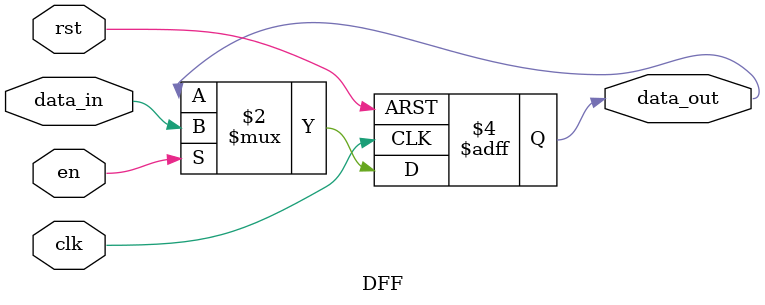
<source format=v>
`timescale 1ns / 1ps

module DFF #(parameter WIDTH = 1)(
    input wire clk, rst,
    input wire en,
    input wire [WIDTH-1:0] data_in,
    output reg [WIDTH-1:0] data_out
    );
    
    always @ ( posedge(clk) or posedge(rst) )
        if ( rst ) begin
            data_out <= 0;
        end else if ( clk ) begin
            if ( en ) begin
                data_out <= data_in;
            end 
        end
endmodule
</source>
